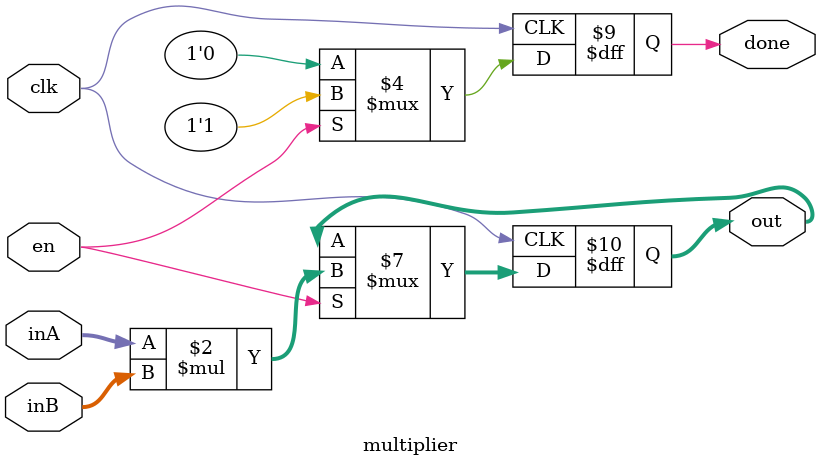
<source format=v>
`timescale 1ps/1ps
module multiplier #(parameter N = 8)(
    input clk,
    input en,
    output reg done,
    input [N-1:0] inA,
    input [N-1:0] inB,
    output reg [N*2-1:0] out
);
    
    always @(posedge clk) begin
        if (en) begin
            out = inA * inB;
            done = 1;
        end else begin
            done = 0;
        end
    end

endmodule
</source>
